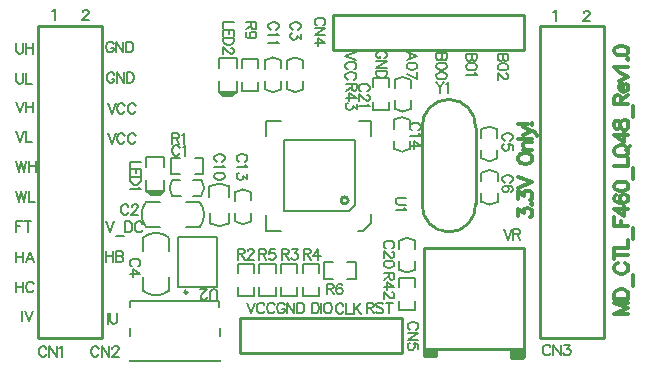
<source format=gto>
G04*
G04 #@! TF.GenerationSoftware,Altium Limited,Altium Designer,19.0.15 (446)*
G04*
G04 Layer_Color=65535*
%FSLAX24Y24*%
%MOIN*%
G70*
G01*
G75*
%ADD10C,0.0079*%
%ADD11C,0.0100*%
%ADD12C,0.0059*%
%ADD13C,0.0118*%
%ADD14R,0.0450X0.0250*%
D10*
X9733Y9120D02*
G03*
X10260Y9110I270J327D01*
G01*
X10259Y10089D02*
G03*
X9727Y10083I-262J-333D01*
G01*
X8983Y9120D02*
G03*
X9510Y9110I270J327D01*
G01*
X9509Y10089D02*
G03*
X8977Y10083I-262J-333D01*
G01*
X13311Y8470D02*
G03*
X13839Y8460I270J327D01*
G01*
X13838Y9439D02*
G03*
X13306Y9433I-262J-333D01*
G01*
X13817Y8097D02*
G03*
X13290Y8107I-270J-327D01*
G01*
X13291Y7128D02*
G03*
X13823Y7134I262J333D01*
G01*
X16734Y7780D02*
G03*
X16207Y7790I-270J-327D01*
G01*
X16207Y6811D02*
G03*
X16739Y6817I262J333D01*
G01*
X16202Y5370D02*
G03*
X16729Y5360I270J327D01*
G01*
X16728Y6339D02*
G03*
X16197Y6333I-262J-333D01*
G01*
X13461Y3106D02*
G03*
X13989Y3096I270J327D01*
G01*
X13988Y4075D02*
G03*
X13456Y4069I-262J-333D01*
G01*
X7983Y4720D02*
G03*
X8510Y4710I270J327D01*
G01*
X8509Y5689D02*
G03*
X7977Y5683I-262J-333D01*
G01*
X7798Y5880D02*
G03*
X7137Y5886I-336J-541D01*
G01*
X7138Y4650D02*
G03*
X7798Y4649I331J544D01*
G01*
X6861Y5564D02*
G03*
X6871Y6091I-327J270D01*
G01*
X5892Y6090D02*
G03*
X5898Y5559I333J-262D01*
G01*
X6806Y4518D02*
G03*
X6801Y5372I-516J424D01*
G01*
X5024Y5367D02*
G03*
X5031Y4512I517J-423D01*
G01*
X5775Y4182D02*
G03*
X4920Y4175I-423J-517D01*
G01*
X4926Y2400D02*
G03*
X5780Y2405I424J516D01*
G01*
X9730Y9807D02*
Y10080D01*
X10270Y9817D02*
Y10080D01*
X9730Y9120D02*
Y9397D01*
X10270Y9120D02*
Y9407D01*
X8980Y9807D02*
Y10080D01*
X9520Y9817D02*
Y10080D01*
X8980Y9120D02*
Y9397D01*
X9520Y9120D02*
Y9407D01*
X8229Y9840D02*
Y10130D01*
X8769Y9840D02*
Y10130D01*
Y9070D02*
Y9370D01*
X8229Y9070D02*
Y9369D01*
Y9070D02*
X8769D01*
X8229Y10130D02*
X8769D01*
X7894Y8984D02*
X7950Y9040D01*
X7506Y8984D02*
X7894D01*
X7539Y8951D02*
X7961D01*
X7900Y8890D02*
X8050Y9040D01*
X7600Y8890D02*
X7900D01*
X7450Y9040D02*
X7600Y8890D01*
X7450Y10156D02*
X8050D01*
X7450Y9040D02*
X8050D01*
X7450D02*
Y9398D01*
X8050Y9040D02*
Y9398D01*
Y9812D02*
Y10140D01*
X7450Y9812D02*
Y10140D01*
X13127Y8420D02*
Y8710D01*
X12587Y8420D02*
Y8710D01*
Y9180D02*
Y9480D01*
X13127Y9181D02*
Y9480D01*
X12587D02*
X13127D01*
X12587Y8420D02*
X13127D01*
X13309Y9157D02*
Y9430D01*
X13849Y9167D02*
Y9430D01*
X13309Y8470D02*
Y8747D01*
X13849Y8470D02*
Y8757D01*
X13820Y7137D02*
Y7410D01*
X13280Y7137D02*
Y7400D01*
X13820Y7820D02*
Y8097D01*
X13280Y7810D02*
Y8097D01*
X16737Y6820D02*
Y7093D01*
X16197Y6820D02*
Y7083D01*
X16737Y7503D02*
Y7780D01*
X16197Y7493D02*
Y7780D01*
X16199Y6057D02*
Y6330D01*
X16739Y6067D02*
Y6330D01*
X16199Y5370D02*
Y5647D01*
X16739Y5370D02*
Y5657D01*
X13459Y3793D02*
Y4066D01*
X13999Y3803D02*
Y4066D01*
X13459Y3106D02*
Y3383D01*
X13999Y3106D02*
Y3393D01*
Y1770D02*
Y2060D01*
X13459Y1770D02*
Y2060D01*
Y2530D02*
Y2830D01*
X13999Y2531D02*
Y2830D01*
X13459D02*
X13999D01*
X13459Y1770D02*
X13999D01*
X9619Y5069D02*
Y7431D01*
X11784Y5069D02*
X11981Y5266D01*
X9619Y5069D02*
X11784Y5069D01*
X11981Y5266D02*
X11981Y7431D01*
X9619Y7431D02*
X11981Y7431D01*
X12254Y4400D02*
X12522Y4667D01*
Y4967D01*
X12072Y4400D02*
X12254D01*
X12505Y7556D02*
X12505Y8067D01*
X12122D02*
X12505D01*
X9022Y4405D02*
Y4917D01*
X9010Y7556D02*
Y8067D01*
X9522D01*
X9022Y4405D02*
X9533D01*
X7980Y5407D02*
Y5680D01*
X8520Y5417D02*
Y5680D01*
X7980Y4720D02*
Y4997D01*
X8520Y4720D02*
Y5007D01*
X7139Y4660D02*
Y4980D01*
X7799Y4660D02*
Y4980D01*
X7137Y5540D02*
Y5880D01*
X7799Y5540D02*
Y5880D01*
X5901Y5561D02*
X6174D01*
X5901Y6101D02*
X6164D01*
X6584Y5561D02*
X6861D01*
X6574Y6101D02*
X6861D01*
X6640Y6820D02*
X6930D01*
X6640Y6280D02*
X6930D01*
X5870D02*
X6170D01*
X5870Y6820D02*
X6169D01*
X5870Y6280D02*
Y6820D01*
X6930Y6280D02*
Y6820D01*
X5467Y5684D02*
X5522Y5740D01*
X5078Y5684D02*
X5467D01*
X5111Y5651D02*
X5533D01*
X5472Y5590D02*
X5622Y5740D01*
X5172Y5590D02*
X5472D01*
X5022Y5740D02*
X5172Y5590D01*
X5022Y6856D02*
X5622D01*
X5022Y5740D02*
X5622D01*
X5022D02*
Y6098D01*
X5622Y5740D02*
Y6098D01*
Y6512D02*
Y6840D01*
X5022Y6512D02*
Y6840D01*
X9517Y2990D02*
Y3280D01*
X10057Y2990D02*
Y3280D01*
Y2220D02*
Y2520D01*
X9517Y2220D02*
Y2519D01*
Y2220D02*
X10057D01*
X9517Y3280D02*
X10057D01*
X8079Y2990D02*
Y3280D01*
X8619Y2990D02*
Y3280D01*
Y2220D02*
Y2520D01*
X8079Y2220D02*
Y2519D01*
Y2220D02*
X8619D01*
X8079Y3280D02*
X8619D01*
X8798Y2990D02*
Y3280D01*
X9338Y2990D02*
Y3280D01*
Y2220D02*
Y2520D01*
X8798Y2220D02*
Y2519D01*
Y2220D02*
X9338D01*
X8798Y3280D02*
X9338D01*
X10251Y2990D02*
Y3280D01*
X10791Y2990D02*
Y3280D01*
Y2220D02*
Y2520D01*
X10251Y2220D02*
Y2519D01*
Y2220D02*
X10791D01*
X10251Y3280D02*
X10791D01*
X10970Y2808D02*
X11260D01*
X10970Y3348D02*
X11260D01*
X11730D02*
X12030D01*
X11731Y2808D02*
X12030D01*
Y3348D01*
X10970Y2808D02*
Y3348D01*
X6361Y5375D02*
X6801D01*
X6361Y4515D02*
X6801D01*
X5041D02*
X5481D01*
X5031Y5375D02*
X5471D01*
X5782Y3735D02*
Y4175D01*
X4922Y3725D02*
Y4165D01*
Y2405D02*
Y2845D01*
X5782Y2405D02*
Y2845D01*
X4489Y62D02*
X7495D01*
X4499Y2070D02*
X7462D01*
X4495Y897D02*
Y1147D01*
X4489Y62D02*
Y97D01*
X4499Y1847D02*
Y2070D01*
X7495Y897D02*
Y1147D01*
X7462Y1847D02*
Y2070D01*
X7495Y62D02*
Y97D01*
X6102Y2538D02*
X7362D01*
X7401D01*
Y4191D01*
X6102D02*
X7401D01*
X6102Y2538D02*
Y4191D01*
D11*
X16006Y7839D02*
G03*
X14226Y7840I-890J50D01*
G01*
X14226Y5300D02*
G03*
X16006Y5301I890J-49D01*
G01*
X11758Y5417D02*
G03*
X11758Y5417I-118J0D01*
G01*
X6399Y2353D02*
G03*
X6399Y2353I-51J0D01*
G01*
X17620Y10419D02*
Y11581D01*
X11241Y10419D02*
X17620D01*
X11241D02*
Y11581D01*
X17620D01*
X18146Y817D02*
Y11237D01*
Y817D02*
X20272D01*
Y11237D01*
X18146D02*
X20272D01*
X1437Y817D02*
Y11237D01*
Y817D02*
X3563D01*
Y11237D01*
X1437D02*
X3563D01*
X14226Y5300D02*
Y7840D01*
X16006Y5299D02*
Y7839D01*
X8150Y319D02*
Y1491D01*
X13550D01*
Y319D02*
Y1491D01*
X8150Y319D02*
X13550D01*
X17623Y200D02*
Y550D01*
X17177Y177D02*
Y450D01*
Y177D02*
X17600D01*
Y400D01*
X14700Y227D02*
Y450D01*
X14277Y227D02*
X14700D01*
X14277D02*
Y500D01*
Y450D02*
Y3840D01*
X17623Y1950D02*
Y3840D01*
X14277D02*
X17623D01*
X14277Y450D02*
X17600D01*
X17623Y473D02*
Y1950D01*
D12*
X900Y1743D02*
Y1389D01*
X974Y1743D02*
X1109Y1389D01*
X1244Y1743D02*
X1109Y1389D01*
X18600Y11678D02*
X18634Y11695D01*
X18684Y11746D01*
Y11391D01*
X19617Y11651D02*
Y11667D01*
X19634Y11701D01*
X19651Y11718D01*
X19684Y11735D01*
X19752D01*
X19786Y11718D01*
X19802Y11701D01*
X19819Y11667D01*
Y11634D01*
X19802Y11600D01*
X19769Y11549D01*
X19600Y11381D01*
X19836D01*
X2917Y11689D02*
Y11706D01*
X2934Y11740D01*
X2951Y11757D01*
X2984Y11774D01*
X3052D01*
X3086Y11757D01*
X3102Y11740D01*
X3119Y11706D01*
Y11672D01*
X3102Y11639D01*
X3069Y11588D01*
X2900Y11419D01*
X3136D01*
X1900Y11717D02*
X1934Y11734D01*
X1984Y11784D01*
Y11430D01*
X17098Y10300D02*
X16743D01*
X17098D02*
Y10148D01*
X17081Y10098D01*
X17064Y10081D01*
X17030Y10064D01*
X16996D01*
X16963Y10081D01*
X16946Y10098D01*
X16929Y10148D01*
Y10300D02*
Y10148D01*
X16912Y10098D01*
X16895Y10081D01*
X16861Y10064D01*
X16811D01*
X16777Y10081D01*
X16760Y10098D01*
X16743Y10148D01*
Y10300D01*
X17098Y9883D02*
X17081Y9934D01*
X17030Y9968D01*
X16946Y9985D01*
X16895D01*
X16811Y9968D01*
X16760Y9934D01*
X16743Y9883D01*
Y9850D01*
X16760Y9799D01*
X16811Y9765D01*
X16895Y9748D01*
X16946D01*
X17030Y9765D01*
X17081Y9799D01*
X17098Y9850D01*
Y9883D01*
X17013Y9652D02*
X17030D01*
X17064Y9635D01*
X17081Y9618D01*
X17098Y9585D01*
Y9517D01*
X17081Y9484D01*
X17064Y9467D01*
X17030Y9450D01*
X16996D01*
X16963Y9467D01*
X16912Y9500D01*
X16743Y9669D01*
Y9433D01*
X16043Y10310D02*
X15688D01*
X16043D02*
Y10158D01*
X16026Y10107D01*
X16009Y10091D01*
X15975Y10074D01*
X15942D01*
X15908Y10091D01*
X15891Y10107D01*
X15874Y10158D01*
Y10310D02*
Y10158D01*
X15857Y10107D01*
X15840Y10091D01*
X15807Y10074D01*
X15756D01*
X15722Y10091D01*
X15705Y10107D01*
X15688Y10158D01*
Y10310D01*
X16043Y9893D02*
X16026Y9944D01*
X15975Y9978D01*
X15891Y9994D01*
X15840D01*
X15756Y9978D01*
X15705Y9944D01*
X15688Y9893D01*
Y9860D01*
X15705Y9809D01*
X15756Y9775D01*
X15840Y9758D01*
X15891D01*
X15975Y9775D01*
X16026Y9809D01*
X16043Y9860D01*
Y9893D01*
X15975Y9679D02*
X15992Y9645D01*
X16043Y9595D01*
X15688D01*
X15051Y10314D02*
X14697D01*
X15051D02*
Y10162D01*
X15034Y10111D01*
X15018Y10094D01*
X14984Y10078D01*
X14950D01*
X14916Y10094D01*
X14899Y10111D01*
X14883Y10162D01*
Y10314D02*
Y10162D01*
X14866Y10111D01*
X14849Y10094D01*
X14815Y10078D01*
X14764D01*
X14731Y10094D01*
X14714Y10111D01*
X14697Y10162D01*
Y10314D01*
X15051Y9897D02*
X15034Y9948D01*
X14984Y9981D01*
X14899Y9998D01*
X14849D01*
X14764Y9981D01*
X14714Y9948D01*
X14697Y9897D01*
Y9863D01*
X14714Y9813D01*
X14764Y9779D01*
X14849Y9762D01*
X14899D01*
X14984Y9779D01*
X15034Y9813D01*
X15051Y9863D01*
Y9897D01*
Y9582D02*
X15034Y9632D01*
X14984Y9666D01*
X14899Y9683D01*
X14849D01*
X14764Y9666D01*
X14714Y9632D01*
X14697Y9582D01*
Y9548D01*
X14714Y9497D01*
X14764Y9464D01*
X14849Y9447D01*
X14899D01*
X14984Y9464D01*
X15034Y9497D01*
X15051Y9548D01*
Y9582D01*
X13705Y10080D02*
X14060Y10215D01*
X13705Y10350D01*
X13823Y10299D02*
Y10131D01*
X14060Y9896D02*
X14043Y9947D01*
X13992Y9981D01*
X13908Y9997D01*
X13857D01*
X13773Y9981D01*
X13722Y9947D01*
X13705Y9896D01*
Y9862D01*
X13722Y9812D01*
X13773Y9778D01*
X13857Y9761D01*
X13908D01*
X13992Y9778D01*
X14043Y9812D01*
X14060Y9862D01*
Y9896D01*
Y9446D02*
X13705Y9614D01*
X14060Y9682D02*
Y9446D01*
X12970Y10147D02*
X13004Y10164D01*
X13037Y10198D01*
X13054Y10231D01*
Y10299D01*
X13037Y10333D01*
X13004Y10366D01*
X12970Y10383D01*
X12919Y10400D01*
X12835D01*
X12784Y10383D01*
X12751Y10366D01*
X12717Y10333D01*
X12700Y10299D01*
Y10231D01*
X12717Y10198D01*
X12751Y10164D01*
X12784Y10147D01*
X12835D01*
Y10231D02*
Y10147D01*
X13054Y10066D02*
X12700D01*
X13054D02*
X12700Y9830D01*
X13054D02*
X12700D01*
X13054Y9732D02*
X12700D01*
X13054D02*
Y9614D01*
X13037Y9563D01*
X13004Y9530D01*
X12970Y9513D01*
X12919Y9496D01*
X12835D01*
X12784Y9513D01*
X12751Y9530D01*
X12717Y9563D01*
X12700Y9614D01*
Y9732D01*
X12023Y10350D02*
X11668Y10215D01*
X12023Y10080D02*
X11668Y10215D01*
X11938Y9782D02*
X11972Y9798D01*
X12006Y9832D01*
X12023Y9866D01*
Y9933D01*
X12006Y9967D01*
X11972Y10001D01*
X11938Y10018D01*
X11888Y10035D01*
X11803D01*
X11753Y10018D01*
X11719Y10001D01*
X11685Y9967D01*
X11668Y9933D01*
Y9866D01*
X11685Y9832D01*
X11719Y9798D01*
X11753Y9782D01*
X11938Y9429D02*
X11972Y9446D01*
X12006Y9480D01*
X12023Y9513D01*
Y9581D01*
X12006Y9614D01*
X11972Y9648D01*
X11938Y9665D01*
X11888Y9682D01*
X11803D01*
X11753Y9665D01*
X11719Y9648D01*
X11685Y9614D01*
X11668Y9581D01*
Y9513D01*
X11685Y9480D01*
X11719Y9446D01*
X11753Y9429D01*
X12380Y2004D02*
Y1650D01*
Y2004D02*
X12532D01*
X12583Y1987D01*
X12600Y1971D01*
X12616Y1937D01*
Y1903D01*
X12600Y1869D01*
X12583Y1852D01*
X12532Y1836D01*
X12380D01*
X12498D02*
X12616Y1650D01*
X12932Y1954D02*
X12898Y1987D01*
X12848Y2004D01*
X12780D01*
X12730Y1987D01*
X12696Y1954D01*
Y1920D01*
X12713Y1886D01*
X12730Y1869D01*
X12763Y1852D01*
X12864Y1819D01*
X12898Y1802D01*
X12915Y1785D01*
X12932Y1751D01*
Y1701D01*
X12898Y1667D01*
X12848Y1650D01*
X12780D01*
X12730Y1667D01*
X12696Y1701D01*
X13129Y2004D02*
Y1650D01*
X13011Y2004D02*
X13247D01*
X10550Y2005D02*
Y1651D01*
Y2005D02*
X10668D01*
X10719Y1988D01*
X10752Y1954D01*
X10769Y1921D01*
X10786Y1870D01*
Y1786D01*
X10769Y1735D01*
X10752Y1701D01*
X10719Y1668D01*
X10668Y1651D01*
X10550D01*
X10865Y2005D02*
Y1651D01*
X11041Y2005D02*
X11007Y1988D01*
X10973Y1954D01*
X10957Y1921D01*
X10940Y1870D01*
Y1786D01*
X10957Y1735D01*
X10973Y1701D01*
X11007Y1668D01*
X11041Y1651D01*
X11108D01*
X11142Y1668D01*
X11176Y1701D01*
X11193Y1735D01*
X11210Y1786D01*
Y1870D01*
X11193Y1921D01*
X11176Y1954D01*
X11142Y1988D01*
X11108Y2005D01*
X11041D01*
X11603Y1910D02*
X11586Y1944D01*
X11552Y1977D01*
X11519Y1994D01*
X11451D01*
X11417Y1977D01*
X11384Y1944D01*
X11367Y1910D01*
X11350Y1859D01*
Y1775D01*
X11367Y1724D01*
X11384Y1691D01*
X11417Y1657D01*
X11451Y1640D01*
X11519D01*
X11552Y1657D01*
X11586Y1691D01*
X11603Y1724D01*
X11703Y1994D02*
Y1640D01*
X11905D01*
X11944Y1994D02*
Y1640D01*
X12180Y1994D02*
X11944Y1758D01*
X12028Y1842D02*
X12180Y1640D01*
X9653Y1921D02*
X9636Y1954D01*
X9602Y1988D01*
X9569Y2005D01*
X9501D01*
X9467Y1988D01*
X9434Y1954D01*
X9417Y1921D01*
X9400Y1870D01*
Y1786D01*
X9417Y1735D01*
X9434Y1701D01*
X9467Y1668D01*
X9501Y1651D01*
X9569D01*
X9602Y1668D01*
X9636Y1701D01*
X9653Y1735D01*
Y1786D01*
X9569D02*
X9653D01*
X9734Y2005D02*
Y1651D01*
Y2005D02*
X9970Y1651D01*
Y2005D02*
Y1651D01*
X10068Y2005D02*
Y1651D01*
Y2005D02*
X10186D01*
X10237Y1988D01*
X10270Y1954D01*
X10287Y1921D01*
X10304Y1870D01*
Y1786D01*
X10287Y1735D01*
X10270Y1701D01*
X10237Y1668D01*
X10186Y1651D01*
X10068D01*
X8400Y2004D02*
X8535Y1650D01*
X8670Y2004D02*
X8535Y1650D01*
X8968Y1920D02*
X8952Y1954D01*
X8918Y1987D01*
X8884Y2004D01*
X8817D01*
X8783Y1987D01*
X8749Y1954D01*
X8732Y1920D01*
X8715Y1869D01*
Y1785D01*
X8732Y1734D01*
X8749Y1701D01*
X8783Y1667D01*
X8817Y1650D01*
X8884D01*
X8918Y1667D01*
X8952Y1701D01*
X8968Y1734D01*
X9321Y1920D02*
X9304Y1954D01*
X9270Y1987D01*
X9237Y2004D01*
X9169D01*
X9136Y1987D01*
X9102Y1954D01*
X9085Y1920D01*
X9068Y1869D01*
Y1785D01*
X9085Y1734D01*
X9102Y1701D01*
X9136Y1667D01*
X9169Y1650D01*
X9237D01*
X9270Y1667D01*
X9304Y1701D01*
X9321Y1734D01*
X3700Y4713D02*
X3835Y4359D01*
X3970Y4713D02*
X3835Y4359D01*
X4015Y4241D02*
X4285D01*
X4331Y4713D02*
Y4359D01*
Y4713D02*
X4449D01*
X4500Y4696D01*
X4533Y4663D01*
X4550Y4629D01*
X4567Y4578D01*
Y4494D01*
X4550Y4443D01*
X4533Y4410D01*
X4500Y4376D01*
X4449Y4359D01*
X4331D01*
X4899Y4629D02*
X4883Y4663D01*
X4849Y4696D01*
X4815Y4713D01*
X4748D01*
X4714Y4696D01*
X4680Y4663D01*
X4663Y4629D01*
X4646Y4578D01*
Y4494D01*
X4663Y4443D01*
X4680Y4410D01*
X4714Y4376D01*
X4748Y4359D01*
X4815D01*
X4849Y4376D01*
X4883Y4410D01*
X4899Y4443D01*
X3750Y7654D02*
X3885Y7300D01*
X4020Y7654D02*
X3885Y7300D01*
X4318Y7570D02*
X4302Y7604D01*
X4268Y7637D01*
X4234Y7654D01*
X4167D01*
X4133Y7637D01*
X4099Y7604D01*
X4082Y7570D01*
X4065Y7519D01*
Y7435D01*
X4082Y7384D01*
X4099Y7351D01*
X4133Y7317D01*
X4167Y7300D01*
X4234D01*
X4268Y7317D01*
X4302Y7351D01*
X4318Y7384D01*
X4671Y7570D02*
X4654Y7604D01*
X4620Y7637D01*
X4587Y7654D01*
X4519D01*
X4485Y7637D01*
X4452Y7604D01*
X4435Y7570D01*
X4418Y7519D01*
Y7435D01*
X4435Y7384D01*
X4452Y7351D01*
X4485Y7317D01*
X4519Y7300D01*
X4587D01*
X4620Y7317D01*
X4654Y7351D01*
X4671Y7384D01*
X3750Y8652D02*
X3885Y8298D01*
X4020Y8652D02*
X3885Y8298D01*
X4318Y8568D02*
X4302Y8602D01*
X4268Y8635D01*
X4234Y8652D01*
X4167D01*
X4133Y8635D01*
X4099Y8602D01*
X4082Y8568D01*
X4065Y8517D01*
Y8433D01*
X4082Y8382D01*
X4099Y8349D01*
X4133Y8315D01*
X4167Y8298D01*
X4234D01*
X4268Y8315D01*
X4302Y8349D01*
X4318Y8382D01*
X4671Y8568D02*
X4654Y8602D01*
X4620Y8635D01*
X4587Y8652D01*
X4519D01*
X4485Y8635D01*
X4452Y8602D01*
X4435Y8568D01*
X4418Y8517D01*
Y8433D01*
X4435Y8382D01*
X4452Y8349D01*
X4485Y8315D01*
X4519Y8298D01*
X4587D01*
X4620Y8315D01*
X4654Y8349D01*
X4671Y8382D01*
X3959Y9598D02*
X3942Y9631D01*
X3908Y9665D01*
X3874Y9682D01*
X3807D01*
X3773Y9665D01*
X3739Y9631D01*
X3722Y9598D01*
X3706Y9547D01*
Y9463D01*
X3722Y9412D01*
X3739Y9378D01*
X3773Y9345D01*
X3807Y9328D01*
X3874D01*
X3908Y9345D01*
X3942Y9378D01*
X3959Y9412D01*
Y9463D01*
X3874D02*
X3959D01*
X4040Y9682D02*
Y9328D01*
Y9682D02*
X4276Y9328D01*
Y9682D02*
Y9328D01*
X4374Y9682D02*
Y9328D01*
Y9682D02*
X4492D01*
X4542Y9665D01*
X4576Y9631D01*
X4593Y9598D01*
X4610Y9547D01*
Y9463D01*
X4593Y9412D01*
X4576Y9378D01*
X4542Y9345D01*
X4492Y9328D01*
X4374D01*
X3953Y10620D02*
X3936Y10654D01*
X3902Y10687D01*
X3869Y10704D01*
X3801D01*
X3767Y10687D01*
X3734Y10654D01*
X3717Y10620D01*
X3700Y10569D01*
Y10485D01*
X3717Y10434D01*
X3734Y10401D01*
X3767Y10367D01*
X3801Y10350D01*
X3869D01*
X3902Y10367D01*
X3936Y10401D01*
X3953Y10434D01*
Y10485D01*
X3869D02*
X3953D01*
X4034Y10704D02*
Y10350D01*
Y10704D02*
X4270Y10350D01*
Y10704D02*
Y10350D01*
X4368Y10704D02*
Y10350D01*
Y10704D02*
X4486D01*
X4537Y10687D01*
X4570Y10654D01*
X4587Y10620D01*
X4604Y10569D01*
Y10485D01*
X4587Y10434D01*
X4570Y10401D01*
X4537Y10367D01*
X4486Y10350D01*
X4368D01*
X700Y10654D02*
Y10401D01*
X717Y10351D01*
X751Y10317D01*
X801Y10300D01*
X835D01*
X886Y10317D01*
X919Y10351D01*
X936Y10401D01*
Y10654D01*
X1034D02*
Y10300D01*
X1270Y10654D02*
Y10300D01*
X1034Y10486D02*
X1270D01*
X700Y9654D02*
Y9401D01*
X717Y9351D01*
X751Y9317D01*
X801Y9300D01*
X835D01*
X886Y9317D01*
X919Y9351D01*
X936Y9401D01*
Y9654D01*
X1034D02*
Y9300D01*
X1236D01*
X700Y8704D02*
X835Y8350D01*
X970Y8704D02*
X835Y8350D01*
X1015Y8704D02*
Y8350D01*
X1252Y8704D02*
Y8350D01*
X1015Y8536D02*
X1252D01*
X700Y7722D02*
X835Y7367D01*
X970Y7722D02*
X835Y7367D01*
X1015Y7722D02*
Y7367D01*
X1218D01*
X700Y6722D02*
X784Y6367D01*
X869Y6722D02*
X784Y6367D01*
X869Y6722D02*
X953Y6367D01*
X1037Y6722D02*
X953Y6367D01*
X1108Y6722D02*
Y6367D01*
X1344Y6722D02*
Y6367D01*
X1108Y6553D02*
X1344D01*
X700Y5726D02*
X784Y5372D01*
X869Y5726D02*
X784Y5372D01*
X869Y5726D02*
X953Y5372D01*
X1037Y5726D02*
X953Y5372D01*
X1108Y5726D02*
Y5372D01*
X1311D01*
X700Y4722D02*
Y4367D01*
Y4722D02*
X919D01*
X700Y4553D02*
X835D01*
X1078Y4722D02*
Y4367D01*
X960Y4722D02*
X1196D01*
X3700Y3722D02*
Y3367D01*
X3936Y3722D02*
Y3367D01*
X3700Y3553D02*
X3936D01*
X4034Y3722D02*
Y3367D01*
Y3722D02*
X4186D01*
X4236Y3705D01*
X4253Y3688D01*
X4270Y3654D01*
Y3620D01*
X4253Y3587D01*
X4236Y3570D01*
X4186Y3553D01*
X4034D02*
X4186D01*
X4236Y3536D01*
X4253Y3519D01*
X4270Y3485D01*
Y3435D01*
X4253Y3401D01*
X4236Y3384D01*
X4186Y3367D01*
X4034D01*
X700Y3704D02*
Y3350D01*
X936Y3704D02*
Y3350D01*
X700Y3536D02*
X936D01*
X1304Y3350D02*
X1169Y3704D01*
X1034Y3350D01*
X1085Y3468D02*
X1253D01*
X700Y2704D02*
Y2350D01*
X936Y2704D02*
Y2350D01*
X700Y2536D02*
X936D01*
X1287Y2620D02*
X1270Y2654D01*
X1236Y2687D01*
X1203Y2704D01*
X1135D01*
X1101Y2687D01*
X1068Y2654D01*
X1051Y2620D01*
X1034Y2569D01*
Y2485D01*
X1051Y2434D01*
X1068Y2401D01*
X1101Y2367D01*
X1135Y2350D01*
X1203D01*
X1236Y2367D01*
X1270Y2401D01*
X1287Y2434D01*
X3750Y1660D02*
Y1306D01*
X3824Y1660D02*
Y1407D01*
X3841Y1356D01*
X3875Y1322D01*
X3925Y1306D01*
X3959D01*
X4010Y1322D01*
X4044Y1356D01*
X4060Y1407D01*
Y1660D01*
X16950Y4454D02*
X17085Y4100D01*
X17220Y4454D02*
X17085Y4100D01*
X17265Y4454D02*
Y4100D01*
Y4454D02*
X17417D01*
X17468Y4437D01*
X17485Y4421D01*
X17502Y4387D01*
Y4353D01*
X17485Y4319D01*
X17468Y4302D01*
X17417Y4286D01*
X17265D01*
X17384D02*
X17502Y4100D01*
X10911Y11247D02*
X10945Y11264D01*
X10979Y11298D01*
X10996Y11331D01*
Y11399D01*
X10979Y11433D01*
X10945Y11466D01*
X10911Y11483D01*
X10861Y11500D01*
X10776D01*
X10726Y11483D01*
X10692Y11466D01*
X10658Y11433D01*
X10641Y11399D01*
Y11331D01*
X10658Y11298D01*
X10692Y11264D01*
X10726Y11247D01*
X10996Y11147D02*
X10641D01*
X10996D02*
X10641Y10911D01*
X10996D02*
X10641D01*
X10996Y10645D02*
X10760Y10813D01*
Y10560D01*
X10996Y10645D02*
X10641D01*
X10271Y3798D02*
Y3443D01*
Y3798D02*
X10423D01*
X10473Y3781D01*
X10490Y3764D01*
X10507Y3730D01*
Y3696D01*
X10490Y3663D01*
X10473Y3646D01*
X10423Y3629D01*
X10271D01*
X10389D02*
X10507Y3443D01*
X10755Y3798D02*
X10586Y3561D01*
X10839D01*
X10755Y3798D02*
Y3443D01*
X7401Y2096D02*
Y2349D01*
X7384Y2399D01*
X7351Y2433D01*
X7300Y2450D01*
X7266D01*
X7216Y2433D01*
X7182Y2399D01*
X7165Y2349D01*
Y2096D01*
X7050Y2180D02*
Y2163D01*
X7033Y2129D01*
X7017Y2113D01*
X6983Y2096D01*
X6915D01*
X6882Y2113D01*
X6865Y2129D01*
X6848Y2163D01*
Y2197D01*
X6865Y2231D01*
X6898Y2281D01*
X7067Y2450D01*
X6831D01*
X14700Y9354D02*
X14835Y9186D01*
Y9000D01*
X14970Y9354D02*
X14835Y9186D01*
X15015Y9287D02*
X15049Y9304D01*
X15100Y9354D01*
Y9000D01*
X13704Y5500D02*
X13451D01*
X13401Y5483D01*
X13367Y5449D01*
X13350Y5399D01*
Y5365D01*
X13367Y5314D01*
X13401Y5281D01*
X13451Y5264D01*
X13704D01*
X13637Y5166D02*
X13654Y5132D01*
X13704Y5082D01*
X13350D01*
X12040Y9305D02*
X11686D01*
X12040D02*
Y9153D01*
X12023Y9103D01*
X12006Y9086D01*
X11973Y9069D01*
X11939D01*
X11905Y9086D01*
X11888Y9103D01*
X11871Y9153D01*
Y9305D01*
Y9187D02*
X11686Y9069D01*
X12040Y8821D02*
X11804Y8989D01*
Y8736D01*
X12040Y8821D02*
X11686D01*
X12040Y8640D02*
Y8455D01*
X11905Y8556D01*
Y8505D01*
X11888Y8472D01*
X11871Y8455D01*
X11821Y8438D01*
X11787D01*
X11736Y8455D01*
X11703Y8488D01*
X11686Y8539D01*
Y8590D01*
X11703Y8640D01*
X11720Y8657D01*
X11753Y8674D01*
X13304Y3008D02*
X12950D01*
X13304D02*
Y2856D01*
X13287Y2806D01*
X13271Y2789D01*
X13237Y2772D01*
X13203D01*
X13169Y2789D01*
X13152Y2806D01*
X13136Y2856D01*
Y3008D01*
Y2890D02*
X12950Y2772D01*
X13304Y2524D02*
X13068Y2693D01*
Y2440D01*
X13304Y2524D02*
X12950D01*
X13220Y2360D02*
X13237D01*
X13271Y2344D01*
X13287Y2327D01*
X13304Y2293D01*
Y2225D01*
X13287Y2192D01*
X13271Y2175D01*
X13237Y2158D01*
X13203D01*
X13169Y2175D01*
X13119Y2209D01*
X12950Y2377D01*
Y2141D01*
X8704Y11350D02*
X8350D01*
X8704D02*
Y11198D01*
X8687Y11148D01*
X8671Y11131D01*
X8637Y11114D01*
X8603D01*
X8569Y11131D01*
X8552Y11148D01*
X8536Y11198D01*
Y11350D01*
Y11232D02*
X8350Y11114D01*
X8586Y10815D02*
X8536Y10832D01*
X8502Y10866D01*
X8485Y10916D01*
Y10933D01*
X8502Y10984D01*
X8536Y11018D01*
X8586Y11035D01*
X8603D01*
X8654Y11018D01*
X8687Y10984D01*
X8704Y10933D01*
Y10916D01*
X8687Y10866D01*
X8654Y10832D01*
X8586Y10815D01*
X8502D01*
X8417Y10832D01*
X8367Y10866D01*
X8350Y10916D01*
Y10950D01*
X8367Y11001D01*
X8401Y11018D01*
X11050Y2633D02*
Y2278D01*
Y2633D02*
X11202D01*
X11252Y2616D01*
X11269Y2599D01*
X11286Y2565D01*
Y2531D01*
X11269Y2498D01*
X11252Y2481D01*
X11202Y2464D01*
X11050D01*
X11168D02*
X11286Y2278D01*
X11568Y2582D02*
X11551Y2616D01*
X11500Y2633D01*
X11467D01*
X11416Y2616D01*
X11382Y2565D01*
X11365Y2481D01*
Y2396D01*
X11382Y2329D01*
X11416Y2295D01*
X11467Y2278D01*
X11484D01*
X11534Y2295D01*
X11568Y2329D01*
X11585Y2380D01*
Y2396D01*
X11568Y2447D01*
X11534Y2481D01*
X11484Y2498D01*
X11467D01*
X11416Y2481D01*
X11382Y2447D01*
X11365Y2396D01*
X8798Y3788D02*
Y3433D01*
Y3788D02*
X8950D01*
X9000Y3771D01*
X9017Y3754D01*
X9034Y3720D01*
Y3686D01*
X9017Y3653D01*
X9000Y3636D01*
X8950Y3619D01*
X8798D01*
X8916D02*
X9034Y3433D01*
X9316Y3788D02*
X9147D01*
X9130Y3636D01*
X9147Y3653D01*
X9198Y3669D01*
X9248D01*
X9299Y3653D01*
X9333Y3619D01*
X9350Y3568D01*
Y3534D01*
X9333Y3484D01*
X9299Y3450D01*
X9248Y3433D01*
X9198D01*
X9147Y3450D01*
X9130Y3467D01*
X9113Y3501D01*
X9543Y3788D02*
Y3433D01*
Y3788D02*
X9695D01*
X9745Y3771D01*
X9762Y3754D01*
X9779Y3720D01*
Y3686D01*
X9762Y3653D01*
X9745Y3636D01*
X9695Y3619D01*
X9543D01*
X9661D02*
X9779Y3433D01*
X9892Y3788D02*
X10078D01*
X9976Y3653D01*
X10027D01*
X10061Y3636D01*
X10078Y3619D01*
X10095Y3568D01*
Y3534D01*
X10078Y3484D01*
X10044Y3450D01*
X9993Y3433D01*
X9943D01*
X9892Y3450D01*
X9875Y3467D01*
X9858Y3501D01*
X8079Y3798D02*
Y3443D01*
Y3798D02*
X8231D01*
X8282Y3781D01*
X8298Y3764D01*
X8315Y3730D01*
Y3696D01*
X8298Y3663D01*
X8282Y3646D01*
X8231Y3629D01*
X8079D01*
X8197D02*
X8315Y3443D01*
X8411Y3713D02*
Y3730D01*
X8428Y3764D01*
X8445Y3781D01*
X8479Y3798D01*
X8546D01*
X8580Y3781D01*
X8597Y3764D01*
X8614Y3730D01*
Y3696D01*
X8597Y3663D01*
X8563Y3612D01*
X8395Y3443D01*
X8631D01*
X5898Y7654D02*
Y7300D01*
Y7654D02*
X6050D01*
X6100Y7637D01*
X6117Y7621D01*
X6134Y7587D01*
Y7553D01*
X6117Y7519D01*
X6100Y7502D01*
X6050Y7486D01*
X5898D01*
X6016D02*
X6134Y7300D01*
X6213Y7587D02*
X6247Y7604D01*
X6298Y7654D01*
Y7300D01*
X7954Y11350D02*
X7600D01*
Y11148D01*
X7954Y10889D02*
Y11109D01*
X7600D01*
Y10889D01*
X7786Y11109D02*
Y10974D01*
X7954Y10830D02*
X7600D01*
X7954D02*
Y10712D01*
X7937Y10662D01*
X7904Y10628D01*
X7870Y10611D01*
X7819Y10594D01*
X7735D01*
X7684Y10611D01*
X7651Y10628D01*
X7617Y10662D01*
X7600Y10712D01*
Y10830D01*
X7870Y10498D02*
X7887D01*
X7921Y10481D01*
X7937Y10464D01*
X7954Y10431D01*
Y10363D01*
X7937Y10329D01*
X7921Y10313D01*
X7887Y10296D01*
X7853D01*
X7819Y10313D01*
X7769Y10346D01*
X7600Y10515D01*
Y10279D01*
X4850Y6700D02*
X4495D01*
Y6498D01*
X4850Y6239D02*
Y6459D01*
X4495D01*
Y6239D01*
X4681Y6459D02*
Y6324D01*
X4850Y6180D02*
X4495D01*
X4850D02*
Y6062D01*
X4833Y6012D01*
X4799Y5978D01*
X4765Y5961D01*
X4715Y5944D01*
X4630D01*
X4580Y5961D01*
X4546Y5978D01*
X4512Y6012D01*
X4495Y6062D01*
Y6180D01*
X4782Y5865D02*
X4799Y5831D01*
X4850Y5781D01*
X4495D01*
X14020Y1097D02*
X14054Y1114D01*
X14087Y1148D01*
X14104Y1181D01*
Y1249D01*
X14087Y1283D01*
X14054Y1316D01*
X14020Y1333D01*
X13969Y1350D01*
X13885D01*
X13834Y1333D01*
X13801Y1316D01*
X13767Y1283D01*
X13750Y1249D01*
Y1181D01*
X13767Y1148D01*
X13801Y1114D01*
X13834Y1097D01*
X14104Y997D02*
X13750D01*
X14104D02*
X13750Y761D01*
X14104D02*
X13750D01*
X14104Y461D02*
Y630D01*
X13952Y647D01*
X13969Y630D01*
X13986Y579D01*
Y528D01*
X13969Y478D01*
X13936Y444D01*
X13885Y427D01*
X13851D01*
X13801Y444D01*
X13767Y478D01*
X13750Y528D01*
Y579D01*
X13767Y630D01*
X13784Y647D01*
X13817Y663D01*
X18503Y520D02*
X18486Y554D01*
X18452Y587D01*
X18419Y604D01*
X18351D01*
X18317Y587D01*
X18284Y554D01*
X18267Y520D01*
X18250Y469D01*
Y385D01*
X18267Y334D01*
X18284Y301D01*
X18317Y267D01*
X18351Y250D01*
X18419D01*
X18452Y267D01*
X18486Y301D01*
X18503Y334D01*
X18603Y604D02*
Y250D01*
Y604D02*
X18839Y250D01*
Y604D02*
Y250D01*
X18970Y604D02*
X19156D01*
X19055Y469D01*
X19105D01*
X19139Y452D01*
X19156Y436D01*
X19173Y385D01*
Y351D01*
X19156Y301D01*
X19122Y267D01*
X19072Y250D01*
X19021D01*
X18970Y267D01*
X18953Y284D01*
X18937Y317D01*
X3453Y470D02*
X3436Y504D01*
X3402Y537D01*
X3369Y554D01*
X3301D01*
X3267Y537D01*
X3234Y504D01*
X3217Y470D01*
X3200Y419D01*
Y335D01*
X3217Y284D01*
X3234Y251D01*
X3267Y217D01*
X3301Y200D01*
X3369D01*
X3402Y217D01*
X3436Y251D01*
X3453Y284D01*
X3553Y554D02*
Y200D01*
Y554D02*
X3789Y200D01*
Y554D02*
Y200D01*
X3903Y470D02*
Y487D01*
X3920Y521D01*
X3937Y537D01*
X3971Y554D01*
X4038D01*
X4072Y537D01*
X4089Y521D01*
X4106Y487D01*
Y453D01*
X4089Y419D01*
X4055Y369D01*
X3887Y200D01*
X4123D01*
X1703Y470D02*
X1686Y504D01*
X1652Y537D01*
X1619Y554D01*
X1551D01*
X1517Y537D01*
X1484Y504D01*
X1467Y470D01*
X1450Y419D01*
Y335D01*
X1467Y284D01*
X1484Y251D01*
X1517Y217D01*
X1551Y200D01*
X1619D01*
X1652Y217D01*
X1686Y251D01*
X1703Y284D01*
X1803Y554D02*
Y200D01*
Y554D02*
X2039Y200D01*
Y554D02*
Y200D01*
X2137Y487D02*
X2170Y504D01*
X2221Y554D01*
Y200D01*
X12389Y9052D02*
X12423Y9069D01*
X12457Y9103D01*
X12473Y9136D01*
Y9204D01*
X12457Y9237D01*
X12423Y9271D01*
X12389Y9288D01*
X12338Y9305D01*
X12254D01*
X12203Y9288D01*
X12170Y9271D01*
X12136Y9237D01*
X12119Y9204D01*
Y9136D01*
X12136Y9103D01*
X12170Y9069D01*
X12203Y9052D01*
X12389Y8936D02*
X12406D01*
X12440Y8919D01*
X12457Y8902D01*
X12473Y8868D01*
Y8801D01*
X12457Y8767D01*
X12440Y8750D01*
X12406Y8733D01*
X12372D01*
X12338Y8750D01*
X12288Y8784D01*
X12119Y8952D01*
Y8716D01*
X12406Y8637D02*
X12423Y8603D01*
X12473Y8553D01*
X12119D01*
X13220Y3816D02*
X13254Y3833D01*
X13287Y3867D01*
X13304Y3900D01*
Y3968D01*
X13287Y4002D01*
X13254Y4035D01*
X13220Y4052D01*
X13169Y4069D01*
X13085D01*
X13034Y4052D01*
X13001Y4035D01*
X12967Y4002D01*
X12950Y3968D01*
Y3900D01*
X12967Y3867D01*
X13001Y3833D01*
X13034Y3816D01*
X13220Y3700D02*
X13237D01*
X13271Y3683D01*
X13287Y3666D01*
X13304Y3632D01*
Y3565D01*
X13287Y3531D01*
X13271Y3514D01*
X13237Y3497D01*
X13203D01*
X13169Y3514D01*
X13119Y3548D01*
X12950Y3717D01*
Y3480D01*
X13304Y3300D02*
X13287Y3351D01*
X13237Y3384D01*
X13152Y3401D01*
X13102D01*
X13017Y3384D01*
X12967Y3351D01*
X12950Y3300D01*
Y3266D01*
X12967Y3216D01*
X13017Y3182D01*
X13102Y3165D01*
X13152D01*
X13237Y3182D01*
X13287Y3216D01*
X13304Y3266D01*
Y3300D01*
X14090Y7747D02*
X14124Y7764D01*
X14157Y7798D01*
X14174Y7831D01*
Y7899D01*
X14157Y7933D01*
X14124Y7966D01*
X14090Y7983D01*
X14039Y8000D01*
X13955D01*
X13904Y7983D01*
X13871Y7966D01*
X13837Y7933D01*
X13820Y7899D01*
Y7831D01*
X13837Y7798D01*
X13871Y7764D01*
X13904Y7747D01*
X14107Y7647D02*
X14124Y7614D01*
X14174Y7563D01*
X13820D01*
X14174Y7219D02*
X13938Y7388D01*
Y7135D01*
X14174Y7219D02*
X13820D01*
X8320Y6697D02*
X8354Y6714D01*
X8387Y6748D01*
X8404Y6781D01*
Y6849D01*
X8387Y6883D01*
X8354Y6916D01*
X8320Y6933D01*
X8269Y6950D01*
X8185D01*
X8134Y6933D01*
X8101Y6916D01*
X8067Y6883D01*
X8050Y6849D01*
Y6781D01*
X8067Y6748D01*
X8101Y6714D01*
X8134Y6697D01*
X8337Y6597D02*
X8354Y6564D01*
X8404Y6513D01*
X8050D01*
X8404Y6304D02*
Y6118D01*
X8269Y6220D01*
Y6169D01*
X8252Y6135D01*
X8236Y6118D01*
X8185Y6101D01*
X8151D01*
X8101Y6118D01*
X8067Y6152D01*
X8050Y6203D01*
Y6253D01*
X8067Y6304D01*
X8084Y6321D01*
X8117Y6338D01*
X9370Y11097D02*
X9404Y11114D01*
X9437Y11148D01*
X9454Y11181D01*
Y11249D01*
X9437Y11283D01*
X9404Y11316D01*
X9370Y11333D01*
X9319Y11350D01*
X9235D01*
X9184Y11333D01*
X9151Y11316D01*
X9117Y11283D01*
X9100Y11249D01*
Y11181D01*
X9117Y11148D01*
X9151Y11114D01*
X9184Y11097D01*
X9387Y10997D02*
X9404Y10964D01*
X9454Y10913D01*
X9100D01*
X9387Y10738D02*
X9404Y10704D01*
X9454Y10653D01*
X9100D01*
X7570Y6697D02*
X7604Y6714D01*
X7637Y6748D01*
X7654Y6781D01*
Y6849D01*
X7637Y6883D01*
X7604Y6916D01*
X7570Y6933D01*
X7519Y6950D01*
X7435D01*
X7384Y6933D01*
X7351Y6916D01*
X7317Y6883D01*
X7300Y6849D01*
Y6781D01*
X7317Y6748D01*
X7351Y6714D01*
X7384Y6697D01*
X7587Y6597D02*
X7604Y6564D01*
X7654Y6513D01*
X7300D01*
X7654Y6236D02*
X7637Y6287D01*
X7587Y6321D01*
X7502Y6338D01*
X7452D01*
X7367Y6321D01*
X7317Y6287D01*
X7300Y6236D01*
Y6203D01*
X7317Y6152D01*
X7367Y6118D01*
X7452Y6101D01*
X7502D01*
X7587Y6118D01*
X7637Y6152D01*
X7654Y6203D01*
Y6236D01*
X17170Y5997D02*
X17204Y6014D01*
X17237Y6048D01*
X17254Y6081D01*
Y6149D01*
X17237Y6183D01*
X17204Y6216D01*
X17170Y6233D01*
X17119Y6250D01*
X17035D01*
X16984Y6233D01*
X16951Y6216D01*
X16917Y6183D01*
X16900Y6149D01*
Y6081D01*
X16917Y6048D01*
X16951Y6014D01*
X16984Y5997D01*
X17204Y5695D02*
X17237Y5712D01*
X17254Y5762D01*
Y5796D01*
X17237Y5847D01*
X17187Y5881D01*
X17102Y5897D01*
X17018D01*
X16951Y5881D01*
X16917Y5847D01*
X16900Y5796D01*
Y5779D01*
X16917Y5729D01*
X16951Y5695D01*
X17001Y5678D01*
X17018D01*
X17069Y5695D01*
X17102Y5729D01*
X17119Y5779D01*
Y5796D01*
X17102Y5847D01*
X17069Y5881D01*
X17018Y5897D01*
X17170Y7397D02*
X17204Y7414D01*
X17237Y7448D01*
X17254Y7481D01*
Y7549D01*
X17237Y7583D01*
X17204Y7616D01*
X17170Y7633D01*
X17119Y7650D01*
X17035D01*
X16984Y7633D01*
X16951Y7616D01*
X16917Y7583D01*
X16900Y7549D01*
Y7481D01*
X16917Y7448D01*
X16951Y7414D01*
X16984Y7397D01*
X17254Y7095D02*
Y7264D01*
X17102Y7281D01*
X17119Y7264D01*
X17136Y7213D01*
Y7162D01*
X17119Y7112D01*
X17086Y7078D01*
X17035Y7061D01*
X17001D01*
X16951Y7078D01*
X16917Y7112D01*
X16900Y7162D01*
Y7213D01*
X16917Y7264D01*
X16934Y7281D01*
X16967Y7297D01*
X4747Y3222D02*
X4781Y3239D01*
X4815Y3273D01*
X4831Y3306D01*
Y3374D01*
X4815Y3408D01*
X4781Y3441D01*
X4747Y3458D01*
X4696Y3475D01*
X4612D01*
X4562Y3458D01*
X4528Y3441D01*
X4494Y3408D01*
X4477Y3374D01*
Y3306D01*
X4494Y3273D01*
X4528Y3239D01*
X4562Y3222D01*
X4831Y2954D02*
X4595Y3123D01*
Y2870D01*
X4831Y2954D02*
X4477D01*
X10093Y11097D02*
X10127Y11114D01*
X10161Y11148D01*
X10178Y11181D01*
Y11249D01*
X10161Y11283D01*
X10127Y11316D01*
X10093Y11333D01*
X10043Y11350D01*
X9959D01*
X9908Y11333D01*
X9874Y11316D01*
X9840Y11283D01*
X9824Y11249D01*
Y11181D01*
X9840Y11148D01*
X9874Y11114D01*
X9908Y11097D01*
X10178Y10964D02*
Y10778D01*
X10043Y10879D01*
Y10829D01*
X10026Y10795D01*
X10009Y10778D01*
X9959Y10761D01*
X9925D01*
X9874Y10778D01*
X9840Y10812D01*
X9824Y10862D01*
Y10913D01*
X9840Y10964D01*
X9857Y10981D01*
X9891Y10997D01*
X4435Y5200D02*
X4418Y5234D01*
X4384Y5268D01*
X4350Y5284D01*
X4283D01*
X4249Y5268D01*
X4215Y5234D01*
X4199Y5200D01*
X4182Y5150D01*
Y5065D01*
X4199Y5015D01*
X4215Y4981D01*
X4249Y4947D01*
X4283Y4930D01*
X4350D01*
X4384Y4947D01*
X4418Y4981D01*
X4435Y5015D01*
X4551Y5200D02*
Y5217D01*
X4568Y5251D01*
X4585Y5268D01*
X4619Y5284D01*
X4686D01*
X4720Y5268D01*
X4737Y5251D01*
X4754Y5217D01*
Y5183D01*
X4737Y5150D01*
X4703Y5099D01*
X4534Y4930D01*
X4770D01*
X6145Y7170D02*
X6128Y7204D01*
X6095Y7237D01*
X6061Y7254D01*
X5993D01*
X5960Y7237D01*
X5926Y7204D01*
X5909Y7170D01*
X5892Y7119D01*
Y7035D01*
X5909Y6984D01*
X5926Y6951D01*
X5960Y6917D01*
X5993Y6900D01*
X6061D01*
X6095Y6917D01*
X6128Y6951D01*
X6145Y6984D01*
X6245Y7187D02*
X6278Y7204D01*
X6329Y7254D01*
Y6900D01*
D13*
X17428Y4895D02*
Y5142D01*
X17608Y5007D01*
Y5075D01*
X17630Y5120D01*
X17653Y5142D01*
X17720Y5165D01*
X17765D01*
X17833Y5142D01*
X17878Y5097D01*
X17900Y5030D01*
Y4962D01*
X17878Y4895D01*
X17855Y4872D01*
X17810Y4850D01*
X17855Y5293D02*
X17878Y5271D01*
X17900Y5293D01*
X17878Y5316D01*
X17855Y5293D01*
X17428Y5464D02*
Y5711D01*
X17608Y5577D01*
Y5644D01*
X17630Y5689D01*
X17653Y5711D01*
X17720Y5734D01*
X17765D01*
X17833Y5711D01*
X17878Y5666D01*
X17900Y5599D01*
Y5532D01*
X17878Y5464D01*
X17855Y5442D01*
X17810Y5419D01*
X17428Y5840D02*
X17900Y6020D01*
X17428Y6200D02*
X17900Y6020D01*
X17428Y6766D02*
X17450Y6721D01*
X17495Y6676D01*
X17540Y6654D01*
X17608Y6631D01*
X17720D01*
X17788Y6654D01*
X17833Y6676D01*
X17878Y6721D01*
X17900Y6766D01*
Y6856D01*
X17878Y6901D01*
X17833Y6946D01*
X17788Y6969D01*
X17720Y6991D01*
X17608D01*
X17540Y6969D01*
X17495Y6946D01*
X17450Y6901D01*
X17428Y6856D01*
Y6766D01*
X17585Y7101D02*
X17900D01*
X17675D02*
X17608Y7169D01*
X17585Y7214D01*
Y7281D01*
X17608Y7326D01*
X17675Y7349D01*
X17900D01*
X17428Y7473D02*
X17900D01*
X17585Y7594D02*
X17900Y7729D01*
X17585Y7864D02*
X17900Y7729D01*
X17990Y7684D01*
X18035Y7639D01*
X18057Y7594D01*
Y7572D01*
X17428Y7965D02*
X17743D01*
X17855D02*
X17878Y7943D01*
X17900Y7965D01*
X17878Y7988D01*
X17855Y7965D01*
X20628Y1640D02*
X21100D01*
X20628D02*
X21100Y1820D01*
X20628Y2000D02*
X21100Y1820D01*
X20628Y2000D02*
X21100D01*
X20628Y2135D02*
X21100D01*
X20628D02*
Y2292D01*
X20650Y2360D01*
X20695Y2405D01*
X20740Y2427D01*
X20808Y2450D01*
X20920D01*
X20988Y2427D01*
X21033Y2405D01*
X21078Y2360D01*
X21100Y2292D01*
Y2135D01*
X21257Y2555D02*
Y2915D01*
X20740Y3313D02*
X20695Y3291D01*
X20650Y3246D01*
X20628Y3201D01*
Y3111D01*
X20650Y3066D01*
X20695Y3021D01*
X20740Y2999D01*
X20808Y2976D01*
X20920D01*
X20988Y2999D01*
X21033Y3021D01*
X21078Y3066D01*
X21100Y3111D01*
Y3201D01*
X21078Y3246D01*
X21033Y3291D01*
X20988Y3313D01*
X20628Y3604D02*
X21100D01*
X20628Y3446D02*
Y3761D01*
Y3817D02*
X21100D01*
Y4087D01*
X21257Y4139D02*
Y4499D01*
X20628Y4559D02*
X21100D01*
X20628D02*
Y4852D01*
X20853Y4559D02*
Y4739D01*
X20628Y5131D02*
X20943Y4906D01*
Y5243D01*
X20628Y5131D02*
X21100D01*
X20695Y5596D02*
X20650Y5574D01*
X20628Y5506D01*
Y5461D01*
X20650Y5394D01*
X20718Y5349D01*
X20830Y5326D01*
X20943D01*
X21033Y5349D01*
X21078Y5394D01*
X21100Y5461D01*
Y5484D01*
X21078Y5551D01*
X21033Y5596D01*
X20965Y5619D01*
X20943D01*
X20875Y5596D01*
X20830Y5551D01*
X20808Y5484D01*
Y5461D01*
X20830Y5394D01*
X20875Y5349D01*
X20943Y5326D01*
X20628Y5857D02*
X20650Y5790D01*
X20718Y5745D01*
X20830Y5722D01*
X20898D01*
X21010Y5745D01*
X21078Y5790D01*
X21100Y5857D01*
Y5902D01*
X21078Y5970D01*
X21010Y6015D01*
X20898Y6037D01*
X20830D01*
X20718Y6015D01*
X20650Y5970D01*
X20628Y5902D01*
Y5857D01*
X21257Y6143D02*
Y6503D01*
X20628Y6564D02*
X21100D01*
Y6833D01*
X20628Y7020D02*
X20650Y6975D01*
X20695Y6930D01*
X20740Y6908D01*
X20808Y6885D01*
X20920D01*
X20988Y6908D01*
X21033Y6930D01*
X21078Y6975D01*
X21100Y7020D01*
Y7110D01*
X21078Y7155D01*
X21033Y7200D01*
X20988Y7223D01*
X20920Y7245D01*
X20808D01*
X20740Y7223D01*
X20695Y7200D01*
X20650Y7155D01*
X20628Y7110D01*
Y7020D01*
X21010Y7088D02*
X21145Y7223D01*
X20628Y7580D02*
X20943Y7355D01*
Y7693D01*
X20628Y7580D02*
X21100D01*
X20628Y7888D02*
X20650Y7821D01*
X20695Y7798D01*
X20740D01*
X20785Y7821D01*
X20808Y7866D01*
X20830Y7956D01*
X20853Y8023D01*
X20898Y8068D01*
X20943Y8091D01*
X21010D01*
X21055Y8068D01*
X21078Y8046D01*
X21100Y7978D01*
Y7888D01*
X21078Y7821D01*
X21055Y7798D01*
X21010Y7776D01*
X20943D01*
X20898Y7798D01*
X20853Y7843D01*
X20830Y7911D01*
X20808Y8001D01*
X20785Y8046D01*
X20740Y8068D01*
X20695D01*
X20650Y8046D01*
X20628Y7978D01*
Y7888D01*
X21257Y8196D02*
Y8556D01*
X20628Y8617D02*
X21100D01*
X20628D02*
Y8820D01*
X20650Y8887D01*
X20673Y8910D01*
X20718Y8932D01*
X20763D01*
X20808Y8910D01*
X20830Y8887D01*
X20853Y8820D01*
Y8617D01*
Y8775D02*
X21100Y8932D01*
X20920Y9038D02*
Y9308D01*
X20875D01*
X20830Y9285D01*
X20808Y9263D01*
X20785Y9218D01*
Y9150D01*
X20808Y9105D01*
X20853Y9060D01*
X20920Y9038D01*
X20965D01*
X21033Y9060D01*
X21078Y9105D01*
X21100Y9150D01*
Y9218D01*
X21078Y9263D01*
X21033Y9308D01*
X20785Y9409D02*
X21100Y9544D01*
X20785Y9679D02*
X21100Y9544D01*
X20718Y9755D02*
X20695Y9800D01*
X20628Y9868D01*
X21100D01*
X21055Y10124D02*
X21078Y10102D01*
X21100Y10124D01*
X21078Y10147D01*
X21055Y10124D01*
X20628Y10385D02*
X20650Y10318D01*
X20718Y10273D01*
X20830Y10250D01*
X20898D01*
X21010Y10273D01*
X21078Y10318D01*
X21100Y10385D01*
Y10430D01*
X21078Y10497D01*
X21010Y10542D01*
X20898Y10565D01*
X20830D01*
X20718Y10542D01*
X20650Y10497D01*
X20628Y10430D01*
Y10385D01*
D14*
X17375Y275D02*
D03*
X14475Y325D02*
D03*
M02*

</source>
